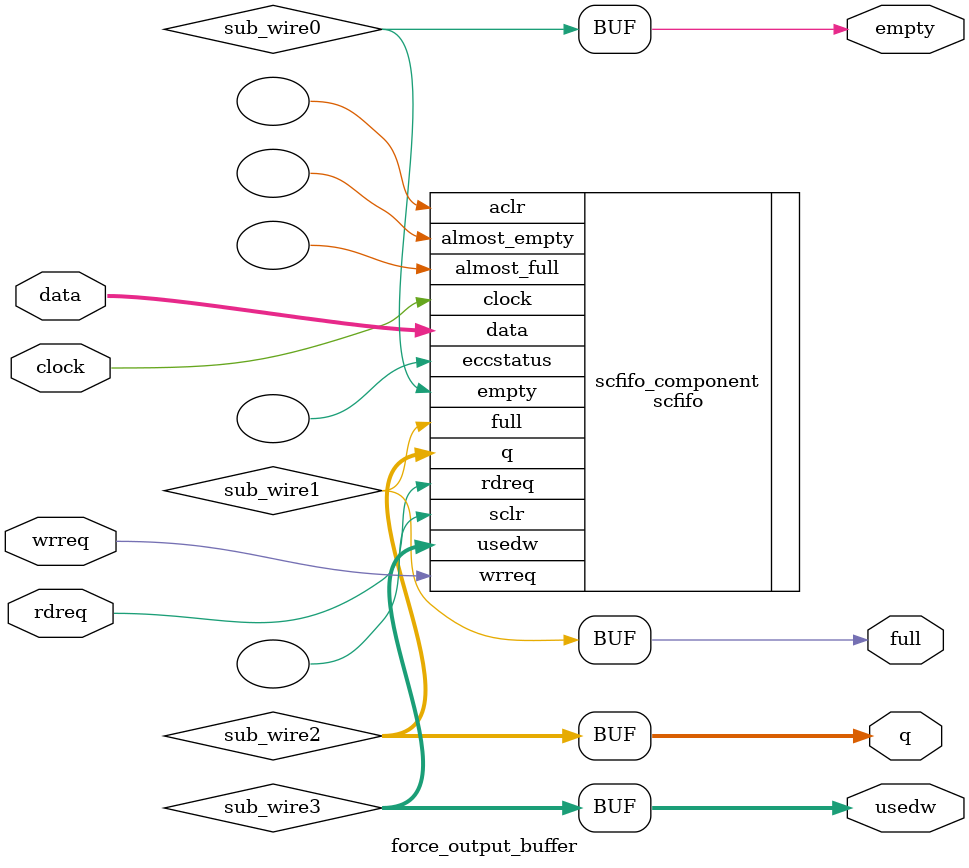
<source format=v>

module force_output_buffer
#(
	parameter FORCE_BUFFER_WIDTH = 32,
	parameter FORCE_BUFFER_DEPTH = 32,
	parameter FORCE_BUFFER_ADDR_WIDTH = 5					// log(FORCE_BUFFER_DEPTH) / log 2
)
(
    clock,
    data,
    rdreq,
    wrreq,
    empty,
    full,
    q,
    usedw
); 

    input    clock;
    input  [FORCE_BUFFER_WIDTH-1:0]  data;
    input    rdreq;
    input    wrreq;
    output   empty;
    output   full;
    output [FORCE_BUFFER_WIDTH-1:0]  q;
    output [FORCE_BUFFER_ADDR_WIDTH-1:0]  usedw;

    wire  sub_wire0;
    wire  sub_wire1;
    wire [FORCE_BUFFER_WIDTH-1:0] sub_wire2;
    wire [FORCE_BUFFER_ADDR_WIDTH-1:0] sub_wire3;
    wire  empty = sub_wire0;
    wire  full = sub_wire1;
    wire [FORCE_BUFFER_WIDTH-1:0] q = sub_wire2[FORCE_BUFFER_WIDTH-1:0];
    wire [FORCE_BUFFER_ADDR_WIDTH-1:0] usedw = sub_wire3[FORCE_BUFFER_ADDR_WIDTH-1:0];

    scfifo  scfifo_component (
                .clock (clock),
                .data (data),
                .rdreq (rdreq),
                .wrreq (wrreq),
                .empty (sub_wire0),
                .full (sub_wire1),
                .q (sub_wire2),
                .usedw (sub_wire3),
                .aclr (),
                .almost_empty (),
                .almost_full (),
                .eccstatus (),
                .sclr ());
    defparam
        scfifo_component.add_ram_output_register  = "OFF",
        scfifo_component.enable_ecc  = "FALSE",
        scfifo_component.intended_device_family  = "Stratix 10",
        scfifo_component.lpm_numwords  = FORCE_BUFFER_DEPTH,
        scfifo_component.lpm_showahead  = "OFF",
        scfifo_component.lpm_type  = "scfifo",
        scfifo_component.lpm_width  = FORCE_BUFFER_WIDTH,
        scfifo_component.lpm_widthu  = FORCE_BUFFER_ADDR_WIDTH,
        scfifo_component.overflow_checking  = "ON",
        scfifo_component.underflow_checking  = "ON",
        scfifo_component.use_eab  = "ON";


endmodule
</source>
